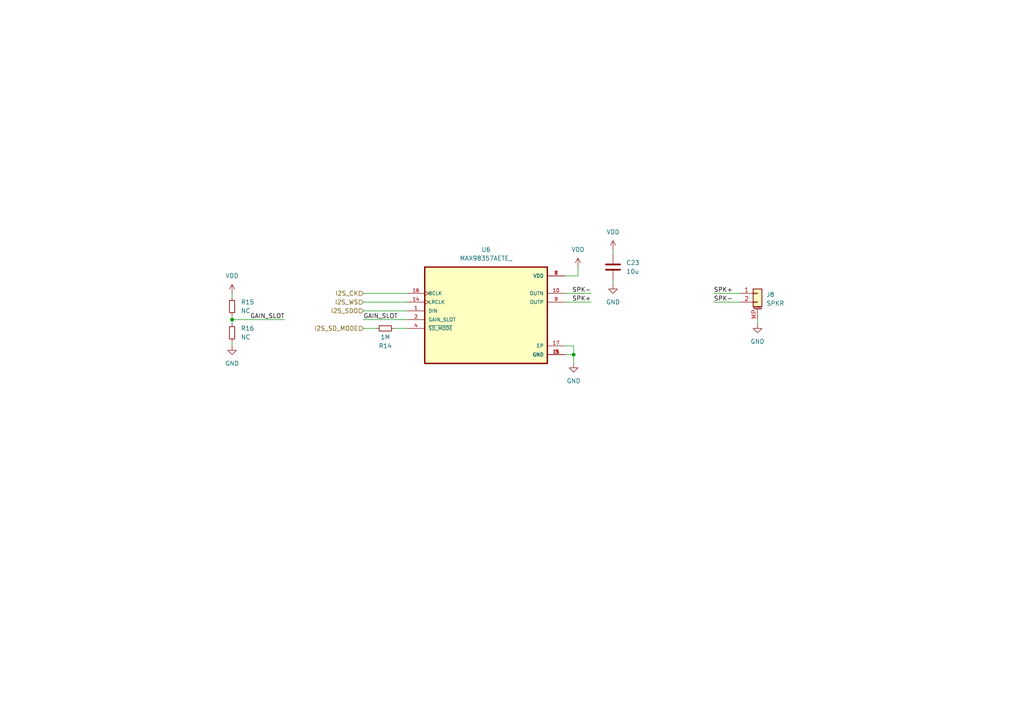
<source format=kicad_sch>
(kicad_sch (version 20231120) (generator "eeschema") (generator_version "8.0")
  (paper "A4")
  (lib_symbols
    (symbol "Connector_Generic_MountingPin:Conn_01x02_MountingPin" (pin_names (offset 1.016) hide)
      (property "Reference" "J" (at 0 2.54 0))
      (property "Value" "Conn_01x02_MountingPin" (at 1.27 -5.08 0))
      (symbol "Conn_01x02_MountingPin_1_1"
        (rectangle (start -1.27 -2.413) (end 0 -2.667) (stroke (width 0.1524)))
        (rectangle (start -1.27 0.127) (end 0 -0.127) (stroke (width 0.1524)))
        (rectangle (start -1.27 1.27) (end 1.27 -3.81) (stroke (width 0.254)) (fill (type background)))
        (polyline (pts (xy -1.016 -4.572) (xy 1.016 -4.572)) (stroke (width 0.1524)))
        (text "Mounting" (at 0 -4.191 0) (effects (font (size 0.381 0.381))))
        (pin passive line (at -5.08 0 0) (length 3.81) (name "Pin_1") (number "1"))
        (pin passive line (at -5.08 -2.54 0) (length 3.81) (name "Pin_2") (number "2"))
        (pin passive line (at 0 -7.62 90) (length 3.048) (name "MountPin") (number "MP"))
      )
    )
    (symbol "Device:C" (pin_numbers hide) (pin_names (offset 0.254))
      (property "Reference" "C" (at 0.635 2.54 0))
      (property "Value" "C" (at 0.635 -2.54 0))
      (symbol "C_0_1"
        (polyline (pts (xy -2.032 -0.762) (xy 2.032 -0.762)) (stroke (width 0.508)))
        (polyline (pts (xy -2.032 0.762) (xy 2.032 0.762)) (stroke (width 0.508)))
      )
      (symbol "C_1_1"
        (pin passive line (at 0 3.81 270) (length 2.794) (name "~") (number "1"))
        (pin passive line (at 0 -3.81 90) (length 2.794) (name "~") (number "2"))
      )
    )
    (symbol "Device:R_Small" (pin_numbers hide) (pin_names (offset 0.254) hide)
      (property "Reference" "R" (at 0.762 0.508 0))
      (property "Value" "R_Small" (at 0.762 -1.016 0))
      (symbol "R_Small_0_1"
        (rectangle (start -0.762 1.778) (end 0.762 -1.778) (stroke (width 0.2032)))
      )
      (symbol "R_Small_1_1"
        (pin passive line (at 0 2.54 270) (length 0.762) (name "~") (number "1"))
        (pin passive line (at 0 -2.54 90) (length 0.762) (name "~") (number "2"))
      )
    )
    (symbol "MAX98357AETE_:MAX98357AETE_" (pin_names (offset 1.016))
      (property "Reference" "U" (at -17.8104 13.7451 0))
      (property "Value" "MAX98357AETE_" (at -17.8039 -19.2795 0))
      (symbol "MAX98357AETE__0_0"
        (rectangle (start -17.78 -15.24) (end 17.78 12.7) (stroke (width 0.41)) (fill (type background)))
        (pin input line (at -22.86 0 0) (length 5.08) (name "DIN") (number "1"))
        (pin output line (at 22.86 5.08 180) (length 5.08) (name "OUTN") (number "10"))
        (pin power_in line (at 22.86 -12.7 180) (length 5.08) (name "GND") (number "11"))
        (pin input clock (at -22.86 2.54 0) (length 5.08) (name "LRCLK") (number "14"))
        (pin power_in line (at 22.86 -12.7 180) (length 5.08) (name "GND") (number "15"))
        (pin input clock (at -22.86 5.08 0) (length 5.08) (name "BCLK") (number "16"))
        (pin power_in line (at 22.86 -10.16 180) (length 5.08) (name "EP") (number "17"))
        (pin input line (at -22.86 -2.54 0) (length 5.08) (name "GAIN_SLOT") (number "2"))
        (pin power_in line (at 22.86 -12.7 180) (length 5.08) (name "GND") (number "3"))
        (pin input line (at -22.86 -5.08 0) (length 5.08) (name "~{SD_MODE}") (number "4"))
        (pin power_in line (at 22.86 10.16 180) (length 5.08) (name "VDD") (number "7"))
        (pin power_in line (at 22.86 10.16 180) (length 5.08) (name "VDD") (number "8"))
        (pin output line (at 22.86 2.54 180) (length 5.08) (name "OUTP") (number "9"))
      )
    )
    (symbol "power:GND" (power) (pin_names (offset 0))
      (property "Value" "GND" (at 0 -3.81 0))
      (symbol "GND_0_1"
        (polyline (pts (xy 0 0) (xy 0 -1.27) (xy 1.27 -1.27) (xy 0 -2.54) (xy -1.27 -1.27) (xy 0 -1.27)))
      )
      (symbol "GND_1_1"
        (pin power_in line (at 0 0 270) (length 0) hide (name "GND") (number "1"))
      )
    )
    (symbol "power:VDD" (power) (pin_names (offset 0))
      (property "Value" "VDD" (at 0 3.81 0))
      (symbol "VDD_0_1"
        (polyline (pts (xy -0.762 1.27) (xy 0 2.54)))
        (polyline (pts (xy 0 0) (xy 0 2.54)))
        (polyline (pts (xy 0 2.54) (xy 0.762 1.27)))
      )
      (symbol "VDD_1_1"
        (pin power_in line (at 0 0 90) (length 0) hide (name "VDD") (number "1"))
      )
    )
  )
  (junction (at 166.37 102.87))
  (junction (at 67.31 92.71))
  (wire (pts (xy 163.83 100.33) (xy 166.37 100.33)))
  (wire (pts (xy 105.41 85.09) (xy 118.11 85.09)))
  (wire (pts (xy 214.63 87.63) (xy 207.01 87.63)))
  (wire (pts (xy 177.8 72.39) (xy 177.8 73.66)))
  (wire (pts (xy 105.41 90.17) (xy 118.11 90.17)))
  (wire (pts (xy 163.83 87.63) (xy 171.45 87.63)))
  (wire (pts (xy 166.37 100.33) (xy 166.37 102.87)))
  (wire (pts (xy 219.71 93.98) (xy 219.71 92.71)))
  (wire (pts (xy 114.3 95.25) (xy 118.11 95.25)))
  (wire (pts (xy 67.31 93.98) (xy 67.31 92.71)))
  (wire (pts (xy 67.31 92.71) (xy 82.55 92.71)))
  (wire (pts (xy 163.83 80.01) (xy 167.64 80.01)))
  (wire (pts (xy 214.63 85.09) (xy 207.01 85.09)))
  (wire (pts (xy 105.41 95.25) (xy 109.22 95.25)))
  (wire (pts (xy 67.31 92.71) (xy 67.31 91.44)))
  (wire (pts (xy 163.83 102.87) (xy 166.37 102.87)))
  (wire (pts (xy 67.31 100.33) (xy 67.31 99.06)))
  (wire (pts (xy 67.31 85.09) (xy 67.31 86.36)))
  (wire (pts (xy 166.37 102.87) (xy 166.37 105.41)))
  (wire (pts (xy 105.41 87.63) (xy 118.11 87.63)))
  (wire (pts (xy 167.64 80.01) (xy 167.64 77.47)))
  (wire (pts (xy 177.8 82.55) (xy 177.8 81.28)))
  (wire (pts (xy 105.41 92.71) (xy 118.11 92.71)))
  (wire (pts (xy 163.83 85.09) (xy 171.45 85.09)))
  (label "SPK+" (at 171.45 87.63 180))
  (label "GAIN_SLOT" (at 105.41 92.71 0))
  (label "GAIN_SLOT" (at 82.55 92.71 180))
  (label "SPK-" (at 171.45 85.09 180))
  (label "SPK+" (at 207.01 85.09 0))
  (label "SPK-" (at 207.01 87.63 0))
  (hierarchical_label "I2S_SD_MODE" (shape input) (at 105.41 95.25 180))
  (hierarchical_label "I2S_WS" (shape input) (at 105.41 87.63 180))
  (hierarchical_label "I2S_SDO" (shape input) (at 105.41 90.17 180))
  (hierarchical_label "I2S_CK" (shape input) (at 105.41 85.09 180))
  (symbol (lib_id "Device:R_Small") (at 67.31 96.52 0) (unit 1)
    (property "Reference" "R16" (at 69.85 95.2499 0) (effects (justify left)))
    (property "Value" "NC" (at 69.85 97.7899 0) (effects (justify left)))
    (property "Footprint" "Resistor_SMD:R_0402_1005Metric" (effects (hide yes)))
    (property "Description" "Resistor, small symbol" (effects (hide yes)))
  )
  (symbol (lib_id "Device:R_Small") (at 67.31 88.9 0) (unit 1)
    (property "Reference" "R15" (at 69.85 87.6299 0) (effects (justify left)))
    (property "Value" "NC" (at 69.85 90.1699 0) (effects (justify left)))
    (property "Footprint" "Resistor_SMD:R_0402_1005Metric" (effects (hide yes)))
    (property "Description" "Resistor, small symbol" (effects (hide yes)))
  )
  (symbol (lib_id "power:GND") (at 177.8 82.55 0) (unit 1)
    (property "Reference" "#PWR062" (effects (hide yes)))
    (property "Value" "GND" (at 177.8 87.63 0))
    (property "Description" "Power symbol creates a global label with name \"GND\" , ground" (effects (hide yes)))
  )
  (symbol (lib_id "power:GND") (at 67.31 100.33 0) (unit 1)
    (property "Reference" "#PWR064" (effects (hide yes)))
    (property "Value" "GND" (at 67.31 105.41 0))
    (property "Description" "Power symbol creates a global label with name \"GND\" , ground" (effects (hide yes)))
  )
  (symbol (lib_id "MAX98357AETE_:MAX98357AETE_") (at 140.97 90.17 0) (unit 1)
    (property "Reference" "U6" (at 140.97 72.39 0))
    (property "Value" "MAX98357AETE_" (at 140.97 74.93 0))
    (property "Footprint" "MAX98357AETE_:QFN50P300X300X80-17N" (effects (hide yes)))
    (property "MF" "Analog Devices" (effects (hide yes)))
    (property "DESCRIPTION" "Audio Amp Speaker 1-CH Mono Class-D 16-Pin TQFN EP" (effects (hide yes)))
    (property "PACKAGE" "TQFN-16 Maxim Integrated" (effects (hide yes)))
    (property "PRICE" "None" (effects (hide yes)))
    (property "Package" "TQFN-16 Maxim" (effects (hide yes)))
    (property "Check_prices" "https://www.snapeda.com/parts/MAX98357AETE+/Analog+Devices/view-part/?ref=eda" (effects (hide yes)))
    (property "STANDARD" "IPC7351B" (effects (hide yes)))
    (property "SnapEDA_Link" "https://www.snapeda.com/parts/MAX98357AETE+/Analog+Devices/view-part/?ref=snap" (effects (hide yes)))
    (property "MP" "MAX98357AETE+" (effects (hide yes)))
    (property "Purchase-URL" "https://www.snapeda.com/api/url_track_click_mouser/?unipart_id=229145&manufacturer=Analog Devices&part_name=MAX98357AETE+&search_term=max98357" (effects (hide yes)))
    (property "Description_1" "\nTiny, Low-Cost, PCM Class D Amplifier with Class AB Performance\n" (effects (hide yes)))
    (property "Availability" "In Stock" (effects (hide yes)))
    (property "Price" "None" (effects (hide yes)))
    (property "MANUFACTURER" "Maxim Integrated" (effects (hide yes)))
    (property "JLCPCB Part #" "C910544" (effects (hide yes)))
  )
  (symbol (lib_id "power:GND") (at 219.71 93.98 0) (unit 1)
    (property "Reference" "#PWR067" (effects (hide yes)))
    (property "Value" "GND" (at 219.71 99.06 0))
    (property "Description" "Power symbol creates a global label with name \"GND\" , ground" (effects (hide yes)))
  )
  (symbol (lib_id "Device:R_Small") (at 111.76 95.25 90) (mirror x) (unit 1)
    (property "Reference" "R14" (at 111.76 100.33 90))
    (property "Value" "1M" (at 111.76 97.79 90))
    (property "Footprint" "Resistor_SMD:R_0402_1005Metric" (effects (hide yes)))
    (property "Description" "Resistor, small symbol" (effects (hide yes)))
    (property "JLCPCB Part #" "C26083" (effects (hide yes)))
  )
  (symbol (lib_id "Device:C") (at 177.8 77.47 0) (unit 1)
    (property "Reference" "C23" (at 181.61 76.1999 0) (effects (justify left)))
    (property "Value" "10u" (at 181.61 78.7399 0) (effects (justify left)))
    (property "Footprint" "Capacitor_SMD:C_0603_1608Metric" (effects (hide yes)))
    (property "Description" "Unpolarized capacitor" (effects (hide yes)))
    (property "JLCPCB Part #" "C96446" (effects (hide yes)))
  )
  (symbol (lib_id "power:GND") (at 166.37 105.41 0) (unit 1)
    (property "Reference" "#PWR060" (effects (hide yes)))
    (property "Value" "GND" (at 166.37 110.49 0))
    (property "Description" "Power symbol creates a global label with name \"GND\" , ground" (effects (hide yes)))
  )
  (symbol (lib_id "Connector_Generic_MountingPin:Conn_01x02_MountingPin") (at 219.71 85.09 0) (unit 1)
    (property "Reference" "J8" (at 222.25 85.4455 0) (effects (justify left)))
    (property "Value" "SPKR" (at 222.25 87.9855 0) (effects (justify left)))
    (property "Footprint" "Connector_Hirose:Hirose_DF13C_CL535-0402-2-51_1x02-1MP_P1.25mm_Vertical" (effects (hide yes)))
    (property "Description" "Generic connectable mounting pin connector, single row, 01x02, script generated (kicad-library-utils/schlib/autogen/connector/)" (effects (hide yes)))
    (property "JLCPCB Part #" "C7419891" (effects (hide yes)))
  )
  (symbol (lib_id "power:VDD") (at 67.31 85.09 0) (unit 1)
    (property "Reference" "#PWR065" (effects (hide yes)))
    (property "Value" "VDD" (at 67.31 80.01 0))
    (property "Description" "Power symbol creates a global label with name \"VDD\"" (effects (hide yes)))
  )
  (symbol (lib_id "power:VDD") (at 167.64 77.47 0) (unit 1)
    (property "Reference" "#PWR061" (effects (hide yes)))
    (property "Value" "VDD" (at 167.64 72.39 0))
    (property "Description" "Power symbol creates a global label with name \"VDD\"" (effects (hide yes)))
  )
  (symbol (lib_id "power:VDD") (at 177.8 72.39 0) (unit 1)
    (property "Reference" "#PWR063" (effects (hide yes)))
    (property "Value" "VDD" (at 177.8 67.31 0))
    (property "Description" "Power symbol creates a global label with name \"VDD\"" (effects (hide yes)))
  )
)
</source>
